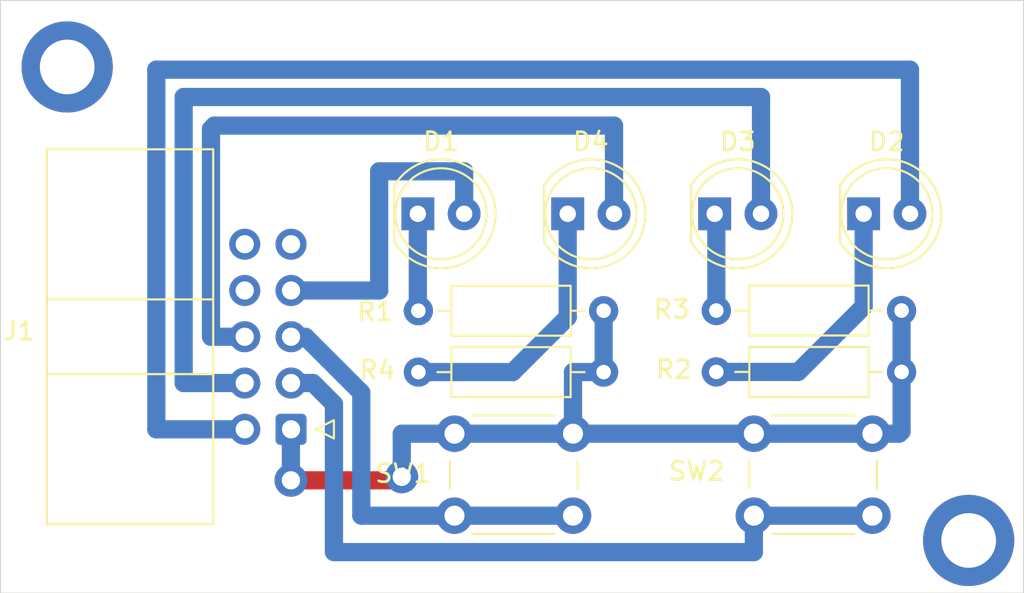
<source format=kicad_pcb>
(kicad_pcb (version 20240108) (generator "pcbnew") (generator_version "8.0")
  (layers (0 "F.Cu" signal) (31 "B.Cu" signal) (34 "B.Paste" user) (35 "F.Paste" user) (36 "B.SilkS" user "B.Silkscreen") (37 "F.SilkS" user "F.Silkscreen") (38 "B.Mask" user) (39 "F.Mask" user) (44 "Edge.Cuts" user))
  (net 0 "")
  (net 1 "Net-(D1-K)")
  (net 2 "Net-(D3-K)")
  (net 3 "GND")
  (net 4 "LED1")
  (net 5 "LED2")
  (net 6 "Net-(D2-K)")
  (net 7 "LED3")
  (net 8 "Net-(D4-K)")
  (net 9 "LED4")
  (net 13 "BTN2")
  (net 14 "BTN1")
  (footprint "LED_THT:LED_D5.0mm" (layer "F.Cu") (at 156.52 71.52)
    (property "Reference" "D3" (at 1.27 -3.96 0) (layer "F.SilkS"))
    (property "Value" "LED")
    (fp_line (start -1.29 -1.545) (end -1.29 1.545) (stroke (width 0.12)) (layer "F.SilkS"))
    (fp_arc (start -1.29 -1.54483) (mid 2.072002 -2.880433) (end 4.26 0.000462) (stroke (width 0.12)) (layer "F.SilkS"))
    (fp_arc (start 4.26 -0.000462) (mid 2.072002 2.880433) (end -1.29 1.54483) (stroke (width 0.12)) (layer "F.SilkS"))
    (fp_circle (center 1.27 0) (end 3.77 0) (stroke (width 0.12)) (fill none) (layer "F.SilkS"))
    (pad "1" thru_hole rect (at 0 0) (size 1.8 1.8) (drill 0.9) (layers "*.Cu" "*.Mask") (net 2 "Net-(D3-K)"))
    (pad "2" thru_hole circle (at 2.54 0) (size 1.8 1.8) (drill 0.9) (layers "*.Cu" "*.Mask") (net 7 "LED3"))
  )
  (footprint "Connector_IDC:IDC-Header_2x05_P2.54mm_Horizontal" (layer "F.Cu") (at 133.2875 83.35 180)
    (property "Reference" "J1" (at 14.9175 5.4 180) (layer "F.SilkS"))
    (property "Value" "IDC Placa Botones")
    (fp_line (start 13.39 15.37) (end 4.27 15.37) (stroke (width 0.12)) (layer "F.SilkS"))
    (fp_line (start 13.39 -5.21) (end 13.39 15.37) (stroke (width 0.12)) (layer "F.SilkS"))
    (fp_line (start 4.27 15.37) (end 4.27 -5.21) (stroke (width 0.12)) (layer "F.SilkS"))
    (fp_line (start 4.27 7.13) (end 13.39 7.13) (stroke (width 0.12)) (layer "F.SilkS"))
    (fp_line (start 4.27 3.03) (end 13.39 3.03) (stroke (width 0.12)) (layer "F.SilkS"))
    (fp_line (start 4.27 -5.21) (end 13.39 -5.21) (stroke (width 0.12)) (layer "F.SilkS"))
    (fp_line (start -1.35 0) (end -2.35 -0.5) (stroke (width 0.12)) (layer "F.SilkS"))
    (fp_line (start -2.35 0.5) (end -1.35 0) (stroke (width 0.12)) (layer "F.SilkS"))
    (fp_line (start -2.35 -0.5) (end -2.35 0.5) (stroke (width 0.12)) (layer "F.SilkS"))
    (pad "1" thru_hole roundrect (at 0 0 180) (size 1.7 1.7) (drill 1) (layers "*.Cu" "*.Mask") (roundrect_rratio 0.147059) (net 3 "GND"))
    (pad "2" thru_hole circle (at 2.54 0 180) (size 1.7 1.7) (drill 1) (layers "*.Cu" "*.Mask") (net 5 "LED2"))
    (pad "3" thru_hole circle (at 0 2.54 180) (size 1.7 1.7) (drill 1) (layers "*.Cu" "*.Mask") (net 13 "BTN2"))
    (pad "4" thru_hole circle (at 2.54 2.54 180) (size 1.7 1.7) (drill 1) (layers "*.Cu" "*.Mask") (net 7 "LED3"))
    (pad "5" thru_hole circle (at 0 5.08 180) (size 1.7 1.7) (drill 1) (layers "*.Cu" "*.Mask") (net 14 "BTN1"))
    (pad "6" thru_hole circle (at 2.54 5.08 180) (size 1.7 1.7) (drill 1) (layers "*.Cu" "*.Mask") (net 9 "LED4"))
    (pad "7" thru_hole circle (at 0 7.62 180) (size 1.7 1.7) (drill 1) (layers "*.Cu" "*.Mask") (net 4 "LED1"))
    (pad "8" thru_hole circle (at 2.54 7.62 180) (size 1.7 1.7) (drill 1) (layers "*.Cu" "*.Mask"))
    (pad "9" thru_hole circle (at 0 10.16 180) (size 1.7 1.7) (drill 1) (layers "*.Cu" "*.Mask"))
    (pad "10" thru_hole circle (at 2.54 10.16 180) (size 1.7 1.7) (drill 1) (layers "*.Cu" "*.Mask"))
  )
  (footprint "Resistor_THT:R_Axial_DIN0207_L6.3mm_D2.5mm_P10.16mm_Horizontal" (layer "F.Cu") (at 166.77 76.83 180)
    (property "Reference" "R3" (at 12.61 0.06 180) (layer "F.SilkS"))
    (property "Value" "R_US")
    (fp_line (start 9.12 0) (end 8.35 0) (stroke (width 0.12)) (layer "F.SilkS"))
    (fp_line (start 8.35 1.37) (end 8.35 -1.37) (stroke (width 0.12)) (layer "F.SilkS"))
    (fp_line (start 8.35 -1.37) (end 1.81 -1.37) (stroke (width 0.12)) (layer "F.SilkS"))
    (fp_line (start 1.81 1.37) (end 8.35 1.37) (stroke (width 0.12)) (layer "F.SilkS"))
    (fp_line (start 1.81 -1.37) (end 1.81 1.37) (stroke (width 0.12)) (layer "F.SilkS"))
    (fp_line (start 1.04 0) (end 1.81 0) (stroke (width 0.12)) (layer "F.SilkS"))
    (pad "1" thru_hole circle (at 0 0 180) (size 1.6 1.6) (drill 0.8) (layers "*.Cu" "*.Mask") (net 3 "GND"))
    (pad "2" thru_hole oval (at 10.16 0 180) (size 1.6 1.6) (drill 0.8) (layers "*.Cu" "*.Mask") (net 2 "Net-(D3-K)"))
  )
  (footprint "Button_Switch_THT:SW_PUSH_6mm" (layer "F.Cu") (at 165.17 88.09 180)
    (property "Reference" "SW2" (at 9.63 2.44 180) (layer "F.SilkS"))
    (property "Value" "SW_Push")
    (fp_line (start 6.75 3) (end 6.75 1.5) (stroke (width 0.12)) (layer "F.SilkS"))
    (fp_line (start 5.5 -1) (end 1 -1) (stroke (width 0.12)) (layer "F.SilkS"))
    (fp_line (start 1 5.5) (end 5.5 5.5) (stroke (width 0.12)) (layer "F.SilkS"))
    (fp_line (start -0.25 1.5) (end -0.25 3) (stroke (width 0.12)) (layer "F.SilkS"))
    (pad "1" thru_hole circle (at 0 0 270) (size 2 2) (drill 1.1) (layers "*.Cu" "*.Mask") (net 13 "BTN2"))
    (pad "1" thru_hole circle (at 6.5 0 270) (size 2 2) (drill 1.1) (layers "*.Cu" "*.Mask") (net 13 "BTN2"))
    (pad "2" thru_hole circle (at 0 4.5 270) (size 2 2) (drill 1.1) (layers "*.Cu" "*.Mask") (net 3 "GND"))
    (pad "2" thru_hole circle (at 6.5 4.5 270) (size 2 2) (drill 1.1) (layers "*.Cu" "*.Mask") (net 3 "GND"))
  )
  (footprint "Button_Switch_THT:SW_PUSH_6mm" (layer "F.Cu") (at 148.75 88.09 180)
    (property "Reference" "SW1" (at 9.32 2.32 180) (layer "F.SilkS"))
    (property "Value" "SW_Push")
    (fp_line (start 6.75 3) (end 6.75 1.5) (stroke (width 0.12)) (layer "F.SilkS"))
    (fp_line (start 5.5 -1) (end 1 -1) (stroke (width 0.12)) (layer "F.SilkS"))
    (fp_line (start 1 5.5) (end 5.5 5.5) (stroke (width 0.12)) (layer "F.SilkS"))
    (fp_line (start -0.25 1.5) (end -0.25 3) (stroke (width 0.12)) (layer "F.SilkS"))
    (pad "1" thru_hole circle (at 0 0 270) (size 2 2) (drill 1.1) (layers "*.Cu" "*.Mask") (net 14 "BTN1"))
    (pad "1" thru_hole circle (at 6.5 0 270) (size 2 2) (drill 1.1) (layers "*.Cu" "*.Mask") (net 14 "BTN1"))
    (pad "2" thru_hole circle (at 0 4.5 270) (size 2 2) (drill 1.1) (layers "*.Cu" "*.Mask") (net 3 "GND"))
    (pad "2" thru_hole circle (at 6.5 4.5 270) (size 2 2) (drill 1.1) (layers "*.Cu" "*.Mask") (net 3 "GND"))
  )
  (footprint "LED_THT:LED_D5.0mm" (layer "F.Cu") (at 148.46 71.52)
    (property "Reference" "D4" (at 1.27 -3.96 0) (layer "F.SilkS"))
    (property "Value" "LED")
    (fp_line (start -1.29 -1.545) (end -1.29 1.545) (stroke (width 0.12)) (layer "F.SilkS"))
    (fp_arc (start -1.29 -1.54483) (mid 2.072002 -2.880433) (end 4.26 0.000462) (stroke (width 0.12)) (layer "F.SilkS"))
    (fp_arc (start 4.26 -0.000462) (mid 2.072002 2.880433) (end -1.29 1.54483) (stroke (width 0.12)) (layer "F.SilkS"))
    (fp_circle (center 1.27 0) (end 3.77 0) (stroke (width 0.12)) (fill none) (layer "F.SilkS"))
    (pad "1" thru_hole rect (at 0 0) (size 1.8 1.8) (drill 0.9) (layers "*.Cu" "*.Mask") (net 8 "Net-(D4-K)"))
    (pad "2" thru_hole circle (at 2.54 0) (size 1.8 1.8) (drill 0.9) (layers "*.Cu" "*.Mask") (net 9 "LED4"))
  )
  (footprint "Resistor_THT:R_Axial_DIN0207_L6.3mm_D2.5mm_P10.16mm_Horizontal" (layer "F.Cu") (at 166.77 80.2 180)
    (property "Reference" "R2" (at 12.49 0.13 180) (layer "F.SilkS"))
    (property "Value" "R_US")
    (fp_line (start 9.12 0) (end 8.35 0) (stroke (width 0.12)) (layer "F.SilkS"))
    (fp_line (start 8.35 1.37) (end 8.35 -1.37) (stroke (width 0.12)) (layer "F.SilkS"))
    (fp_line (start 8.35 -1.37) (end 1.81 -1.37) (stroke (width 0.12)) (layer "F.SilkS"))
    (fp_line (start 1.81 1.37) (end 8.35 1.37) (stroke (width 0.12)) (layer "F.SilkS"))
    (fp_line (start 1.81 -1.37) (end 1.81 1.37) (stroke (width 0.12)) (layer "F.SilkS"))
    (fp_line (start 1.04 0) (end 1.81 0) (stroke (width 0.12)) (layer "F.SilkS"))
    (pad "1" thru_hole circle (at 0 0 180) (size 1.6 1.6) (drill 0.8) (layers "*.Cu" "*.Mask") (net 3 "GND"))
    (pad "2" thru_hole oval (at 10.16 0 180) (size 1.6 1.6) (drill 0.8) (layers "*.Cu" "*.Mask") (net 6 "Net-(D2-K)"))
  )
  (footprint "Resistor_THT:R_Axial_DIN0207_L6.3mm_D2.5mm_P10.16mm_Horizontal" (layer "F.Cu") (at 150.43 80.21 180)
    (property "Reference" "R4" (at 12.41 0.1 180) (layer "F.SilkS"))
    (property "Value" "R_US")
    (fp_line (start 9.12 0) (end 8.35 0) (stroke (width 0.12)) (layer "F.SilkS"))
    (fp_line (start 8.35 1.37) (end 8.35 -1.37) (stroke (width 0.12)) (layer "F.SilkS"))
    (fp_line (start 8.35 -1.37) (end 1.81 -1.37) (stroke (width 0.12)) (layer "F.SilkS"))
    (fp_line (start 1.81 1.37) (end 8.35 1.37) (stroke (width 0.12)) (layer "F.SilkS"))
    (fp_line (start 1.81 -1.37) (end 1.81 1.37) (stroke (width 0.12)) (layer "F.SilkS"))
    (fp_line (start 1.04 0) (end 1.81 0) (stroke (width 0.12)) (layer "F.SilkS"))
    (pad "1" thru_hole circle (at 0 0 180) (size 1.6 1.6) (drill 0.8) (layers "*.Cu" "*.Mask") (net 3 "GND"))
    (pad "2" thru_hole oval (at 10.16 0 180) (size 1.6 1.6) (drill 0.8) (layers "*.Cu" "*.Mask") (net 8 "Net-(D4-K)"))
  )
  (footprint "LED_THT:LED_D5.0mm" (layer "F.Cu") (at 164.69 71.52)
    (property "Reference" "D2" (at 1.27 -3.96 0) (layer "F.SilkS"))
    (property "Value" "LED")
    (fp_line (start -1.29 -1.545) (end -1.29 1.545) (stroke (width 0.12)) (layer "F.SilkS"))
    (fp_arc (start -1.29 -1.54483) (mid 2.072002 -2.880433) (end 4.26 0.000462) (stroke (width 0.12)) (layer "F.SilkS"))
    (fp_arc (start 4.26 -0.000462) (mid 2.072002 2.880433) (end -1.29 1.54483) (stroke (width 0.12)) (layer "F.SilkS"))
    (fp_circle (center 1.27 0) (end 3.77 0) (stroke (width 0.12)) (fill none) (layer "F.SilkS"))
    (pad "1" thru_hole rect (at 0 0) (size 1.8 1.8) (drill 0.9) (layers "*.Cu" "*.Mask") (net 6 "Net-(D2-K)"))
    (pad "2" thru_hole circle (at 2.54 0) (size 1.8 1.8) (drill 0.9) (layers "*.Cu" "*.Mask") (net 5 "LED2"))
  )
  (footprint "LED_THT:LED_D5.0mm" (layer "F.Cu") (at 140.24 71.52)
    (property "Reference" "D1" (at 1.27 -3.96 0) (layer "F.SilkS"))
    (property "Value" "LED")
    (fp_line (start -1.29 -1.545) (end -1.29 1.545) (stroke (width 0.12)) (layer "F.SilkS"))
    (fp_arc (start -1.29 -1.54483) (mid 2.072002 -2.880433) (end 4.26 0.000462) (stroke (width 0.12)) (layer "F.SilkS"))
    (fp_arc (start 4.26 -0.000462) (mid 2.072002 2.880433) (end -1.29 1.54483) (stroke (width 0.12)) (layer "F.SilkS"))
    (fp_circle (center 1.27 0) (end 3.77 0) (stroke (width 0.12)) (fill none) (layer "F.SilkS"))
    (pad "1" thru_hole rect (at 0 0) (size 1.8 1.8) (drill 0.9) (layers "*.Cu" "*.Mask") (net 1 "Net-(D1-K)"))
    (pad "2" thru_hole circle (at 2.54 0) (size 1.8 1.8) (drill 0.9) (layers "*.Cu" "*.Mask") (net 4 "LED1"))
  )
  (footprint "Resistor_THT:R_Axial_DIN0207_L6.3mm_D2.5mm_P10.16mm_Horizontal" (layer "F.Cu") (at 150.43 76.84 180)
    (property "Reference" "R1" (at 12.53 -0.05 180) (layer "F.SilkS"))
    (property "Value" "R_US")
    (fp_line (start 9.12 0) (end 8.35 0) (stroke (width 0.12)) (layer "F.SilkS"))
    (fp_line (start 8.35 1.37) (end 8.35 -1.37) (stroke (width 0.12)) (layer "F.SilkS"))
    (fp_line (start 8.35 -1.37) (end 1.81 -1.37) (stroke (width 0.12)) (layer "F.SilkS"))
    (fp_line (start 1.81 1.37) (end 8.35 1.37) (stroke (width 0.12)) (layer "F.SilkS"))
    (fp_line (start 1.81 -1.37) (end 1.81 1.37) (stroke (width 0.12)) (layer "F.SilkS"))
    (fp_line (start 1.04 0) (end 1.81 0) (stroke (width 0.12)) (layer "F.SilkS"))
    (pad "1" thru_hole circle (at 0 0 180) (size 1.6 1.6) (drill 0.8) (layers "*.Cu" "*.Mask") (net 3 "GND"))
    (pad "2" thru_hole oval (at 10.16 0 180) (size 1.6 1.6) (drill 0.8) (layers "*.Cu" "*.Mask") (net 1 "Net-(D1-K)"))
  )
  (gr_rect (start 117.35 59.81) (end 173.46 92.34) (stroke (width 0.05)) (fill none) (layer "Edge.Cuts"))
  (via (at 170.45 89.45) (size 5) (drill 3) (layers "F.Cu" "B.Cu") (net 0))
  (via (at 121.01 63.46) (size 5) (drill 3) (layers "F.Cu" "B.Cu") (net 0))
  (segment (start 140.24 71.52) (end 140.24 76.81) (width 1) (layer "B.Cu") (net 1))
  (segment (start 140.24 76.81) (end 140.27 76.84) (width 1) (layer "B.Cu") (net 1))
  (segment (start 156.61 71.61) (end 156.52 71.52) (width 1) (layer "B.Cu") (net 2))
  (segment (start 156.61 76.83) (end 156.61 71.61) (width 1) (layer "B.Cu") (net 2))
  (segment (start 139.36 85.96) (end 139.38 85.98) (width 1) (layer "F.Cu") (net 3))
  (segment (start 139.38 85.98) (end 139.21 86.15) (width 1) (layer "F.Cu") (net 3))
  (segment (start 139.21 86.15) (end 133.28 86.15) (width 1) (layer "F.Cu") (net 3))
  (via (at 133.28 86.15) (size 1.8) (drill 1) (layers "F.Cu" "B.Cu") (net 3))
  (via (at 139.36 85.96) (size 1.8) (drill 1) (layers "F.Cu" "B.Cu") (net 3))
  (segment (start 165.17 83.59) (end 158.67 83.59) (width 1) (layer "B.Cu") (net 3))
  (segment (start 166.77 80.2) (end 166.77 83.46) (width 1) (layer "B.Cu") (net 3))
  (segment (start 148.75 83.59) (end 142.25 83.59) (width 1) (layer "B.Cu") (net 3))
  (segment (start 166.64 83.59) (end 165.17 83.59) (width 1) (layer "B.Cu") (net 3))
  (segment (start 133.28 83.3575) (end 133.2875 83.35) (width 1) (layer "B.Cu") (net 3))
  (segment (start 166.77 76.83) (end 166.77 80.2) (width 1) (layer "B.Cu") (net 3))
  (segment (start 158.67 83.59) (end 148.75 83.59) (width 1) (layer "B.Cu") (net 3))
  (segment (start 139.36 85.96) (end 139.36 83.59) (width 1) (layer "B.Cu") (net 3))
  (segment (start 148.75 83.59) (end 148.75 80.21) (width 1) (layer "B.Cu") (net 3))
  (segment (start 166.77 83.46) (end 166.64 83.59) (width 1) (layer "B.Cu") (net 3))
  (segment (start 133.28 86.15) (end 133.28 83.3575) (width 1) (layer "B.Cu") (net 3))
  (segment (start 148.75 80.21) (end 150.43 80.21) (width 1) (layer "B.Cu") (net 3))
  (segment (start 139.36 83.59) (end 142.25 83.59) (width 1) (layer "B.Cu") (net 3))
  (segment (start 150.43 76.84) (end 150.43 80.21) (width 1) (layer "B.Cu") (net 3))
  (segment (start 142.78 69.19) (end 138.12 69.19) (width 1) (layer "B.Cu") (net 4))
  (segment (start 142.78 71.52) (end 142.78 69.19) (width 1) (layer "B.Cu") (net 4))
  (segment (start 138.12 75.73) (end 133.2875 75.73) (width 1) (layer "B.Cu") (net 4))
  (segment (start 138.12 69.19) (end 138.12 75.73) (width 1) (layer "B.Cu") (net 4))
  (segment (start 167.23 63.61) (end 125.8975 63.61) (width 1) (layer "B.Cu") (net 5))
  (segment (start 125.8975 83.35) (end 130.7475 83.35) (width 1) (layer "B.Cu") (net 5))
  (segment (start 125.8975 63.61) (end 125.8975 83.35) (width 1) (layer "B.Cu") (net 5))
  (segment (start 167.23 71.52) (end 167.23 63.61) (width 1) (layer "B.Cu") (net 5))
  (segment (start 164.69 76.61) (end 161.1 80.2) (width 1) (layer "B.Cu") (net 6))
  (segment (start 164.69 71.52) (end 164.69 76.61) (width 1) (layer "B.Cu") (net 6))
  (segment (start 161.1 80.2) (end 156.61 80.2) (width 1) (layer "B.Cu") (net 6))
  (segment (start 159.06 71.52) (end 159.06 65.11) (width 1) (layer "B.Cu") (net 7))
  (segment (start 159.06 65.11) (end 127.3975 65.11) (width 1) (layer "B.Cu") (net 7))
  (segment (start 127.3975 80.81) (end 130.7475 80.81) (width 1) (layer "B.Cu") (net 7))
  (segment (start 127.3975 65.11) (end 127.3975 80.81) (width 1) (layer "B.Cu") (net 7))
  (segment (start 145.44 80.21) (end 148.46 77.19) (width 1) (layer "B.Cu") (net 8))
  (segment (start 140.27 80.21) (end 145.44 80.21) (width 1) (layer "B.Cu") (net 8))
  (segment (start 148.46 77.19) (end 148.46 71.52) (width 1) (layer "B.Cu") (net 8))
  (segment (start 128.8975 78.27) (end 130.7475 78.27) (width 1) (layer "B.Cu") (net 9))
  (segment (start 129.08 66.68) (end 128.8975 66.8625) (width 1) (layer "B.Cu") (net 9))
  (segment (start 151 66.68) (end 129.08 66.68) (width 1) (layer "B.Cu") (net 9))
  (segment (start 151 71.52) (end 151 66.68) (width 1) (layer "B.Cu") (net 9))
  (segment (start 128.8975 66.8625) (end 128.8975 78.27) (width 1) (layer "B.Cu") (net 9))
  (segment (start 135.64 90.09) (end 158.67 90.09) (width 1) (layer "B.Cu") (net 13))
  (segment (start 134.489581 80.81) (end 135.64 81.960419) (width 1) (layer "B.Cu") (net 13))
  (segment (start 158.67 90.09) (end 158.67 88.09) (width 1) (layer "B.Cu") (net 13))
  (segment (start 133.2875 80.81) (end 134.489581 80.81) (width 1) (layer "B.Cu") (net 13))
  (segment (start 135.64 81.960419) (end 135.64 90.09) (width 1) (layer "B.Cu") (net 13))
  (segment (start 158.67 88.09) (end 165.17 88.09) (width 1) (layer "B.Cu") (net 13))
  (segment (start 134.070901 78.27) (end 137.14 81.339099) (width 1) (layer "B.Cu") (net 14))
  (segment (start 137.14 81.339099) (end 137.14 88.09) (width 1) (layer "B.Cu") (net 14))
  (segment (start 148.75 88.09) (end 142.25 88.09) (width 1) (layer "B.Cu") (net 14))
  (segment (start 133.2875 78.27) (end 134.070901 78.27) (width 1) (layer "B.Cu") (net 14))
  (segment (start 137.14 88.09) (end 142.25 88.09) (width 1) (layer "B.Cu") (net 14))
)
</source>
